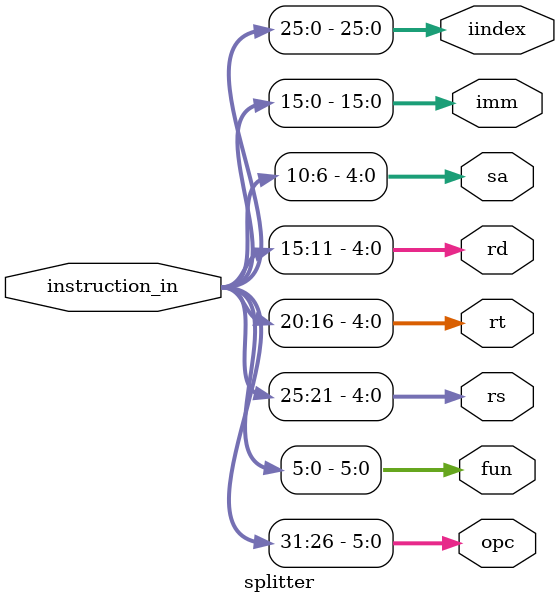
<source format=v>
module splitter(
	input [31:0] instruction_in,
	output[5:0] opc, fun,
	output[4:0] rs, rt, rd, sa,
	output[15:0] imm,
	output[25:0] iindex
);

assign opc = instruction_in[31:26];
assign rs = instruction_in[25:21];
assign rt = instruction_in[20:16];
assign rd = instruction_in[15:11];
assign sa = instruction_in[10:6];
assign fun = instruction_in[5:0];

assign imm = instruction_in[15:0];
assign iindex = instruction_in[25:0];

endmodule
</source>
